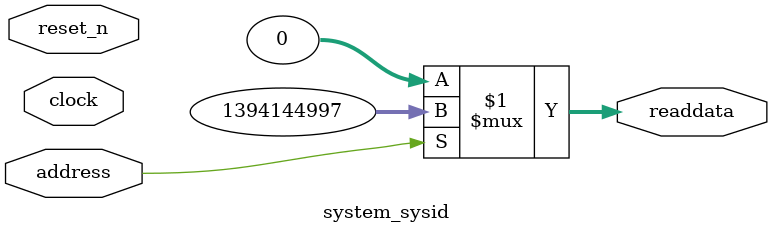
<source format=v>

`timescale 1ns / 1ps
// synthesis translate_on

// turn off superfluous verilog processor warnings 
// altera message_level Level1 
// altera message_off 10034 10035 10036 10037 10230 10240 10030 

module system_sysid (
               // inputs:
                address,
                clock,
                reset_n,

               // outputs:
                readdata
             )
;

  output  [ 31: 0] readdata;
  input            address;
  input            clock;
  input            reset_n;

  wire    [ 31: 0] readdata;
  //control_slave, which is an e_avalon_slave
  assign readdata = address ? 1394144997 : 0;

endmodule




</source>
